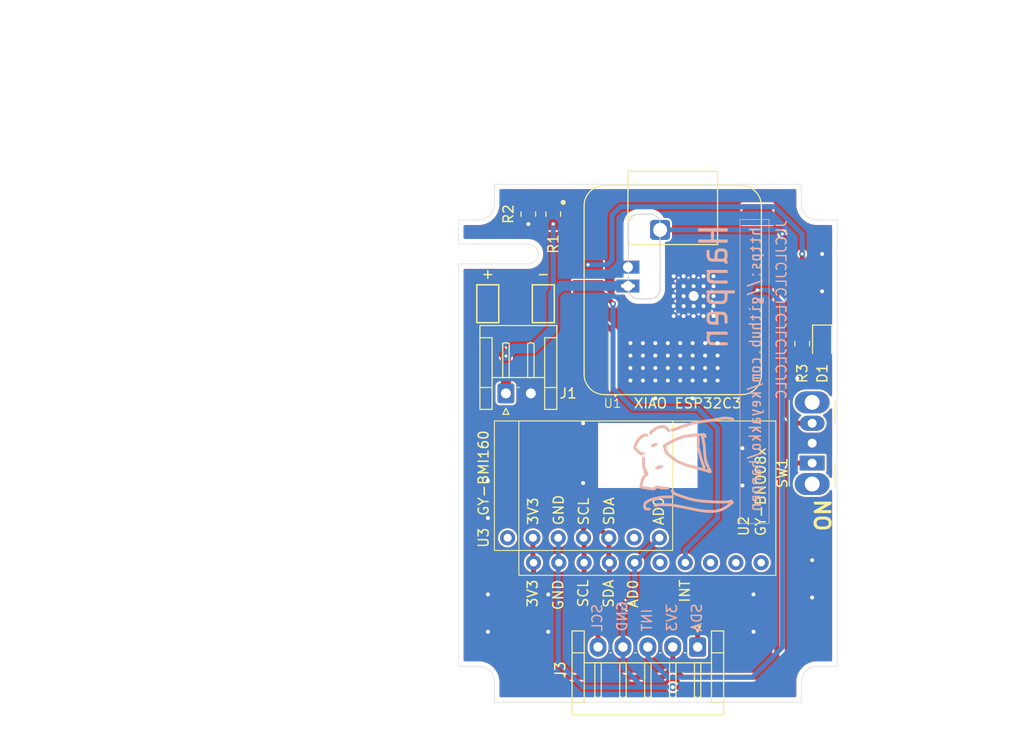
<source format=kicad_pcb>
(kicad_pcb (version 20240108) (generator "pcbnew") (generator_version "8.0")
  (layers (0 "F.Cu" signal) (31 "B.Cu" signal) (34 "B.Paste" user) (35 "F.Paste" user) (36 "B.SilkS" user "B.Silkscreen") (37 "F.SilkS" user "F.Silkscreen") (38 "B.Mask" user) (39 "F.Mask" user) (44 "Edge.Cuts" user))
  (net 0 "")
  (net 1 "+3.3V")
  (net 2 "SENSOR_GND")
  (net 3 "SCL")
  (net 4 "SDA")
  (net 6 "INT1")
  (net 10 "BAT+")
  (net 11 "BAT-")
  (net 15 "INT2")
  (net 19 "EN")
  (net 20 "BATTERY_TEST")
  (net 21 "LED_OUT")
  (net 22 "Net-(D1-A)")
  (footprint "Resistor_SMD:R_0805_2012Metric_Pad1.20x1.40mm_HandSolder" (layer "F.Cu") (at 159 85 -90)
    (property "Reference" "R2" (at 0 2 90) (layer "F.SilkS"))
    (property "Value" "220K" (hide yes))
    (pad "1" smd roundrect (at -1 0 270) (size 1.2 1.4) (layers "F.Cu" "F.Paste" "F.Mask") (roundrect_rratio 0.208333) (net 20 "BATTERY_TEST"))
    (pad "2" smd roundrect (at 1 0 270) (size 1.2 1.4) (layers "F.Cu" "F.Paste" "F.Mask") (roundrect_rratio 0.208333) (net 11 "BAT-"))
  )
  (footprint "TestPoint:TestPoint_Keystone_5015_Micro-Minature" (layer "F.Cu") (at 160.5 94 -90)
    (property "Reference" "-" (at -3 0 0) (layer "F.SilkS"))
    (property "Value" "TestPoint" (hide yes))
    (pad "1" smd rect (at 0 0 270) (size 3.4 1.8) (layers "F.Cu" "F.Paste" "F.Mask") (net 11 "BAT-"))
  )
  (footprint "Connector_JST:JST_EH_S2B-EH_1x02_P2.50mm_Horizontal" (layer "F.Cu") (at 156.75 103)
    (property "Reference" "J1" (at 6.25 0 0) (layer "F.SilkS"))
    (property "Value" "Battery_Conn" (hide yes))
    (pad "1" thru_hole roundrect (at 0 0) (size 1.7 2) (drill 1) (layers "*.Cu" "*.Mask") (roundrect_rratio 0.147059) (net 10 "BAT+"))
    (pad "2" thru_hole oval (at 2.5 0) (size 1.7 2) (drill 1) (layers "*.Cu" "*.Mask") (net 11 "BAT-"))
  )
  (footprint "LED_SMD:LED_0805_2012Metric_Pad1.15x1.40mm_HandSolder" (layer "F.Cu") (at 188.5 98 -90)
    (property "Reference" "D1" (at 3 -0.025 90) (layer "F.SilkS"))
    (property "Value" "LED" (hide yes))
    (pad "1" smd roundrect (at -1.025 0 270) (size 1.15 1.4) (layers "F.Cu" "F.Paste" "F.Mask") (roundrect_rratio 0.217391) (net 11 "BAT-"))
    (pad "2" smd roundrect (at 1.025 0 270) (size 1.15 1.4) (layers "F.Cu" "F.Paste" "F.Mask") (roundrect_rratio 0.217391) (net 22 "Net-(D1-A)"))
  )
  (footprint "Seeed Studio XIAO Series Library:XIAO-ESP32C3-14P-2.54-21X17.8MM" (layer "F.Cu") (at 173.5 92.625)
    (property "Reference" "U1" (at -7 11.375 180) (layer "F.SilkS") (effects (font (size 0.889 0.889) (thickness 0.1016)) (justify left)))
    (property "Value" "Seeed Studio XIAO ESP32C3" (hide yes))
    (fp_line (start -4.445 -0.111) (end -4.445 -6.62) (stroke (width 0.1)) (layer "Edge.Cuts"))
    (fp_line (start -3.445 -7.62) (end -2.27 -7.62) (stroke (width 0.1)) (layer "Edge.Cuts"))
    (fp_line (start -2.27 0.889) (end -3.445 0.889) (stroke (width 0.1)) (layer "Edge.Cuts"))
    (fp_line (start -1.27 -6.62) (end -1.27 -0.111) (stroke (width 0.1)) (layer "Edge.Cuts"))
    (fp_arc (start -4.445 -6.62) (mid -4.152107 -7.327107) (end -3.445 -7.62) (stroke (width 0.1)) (layer "Edge.Cuts"))
    (fp_arc (start -3.445 0.889) (mid -4.152107 0.596107) (end -4.445 -0.111) (stroke (width 0.1)) (layer "Edge.Cuts"))
    (fp_arc (start -2.27 -7.62) (mid -1.562892 -7.327107) (end -1.27 -6.62) (stroke (width 0.1)) (layer "Edge.Cuts"))
    (fp_arc (start -1.27 -0.111) (mid -1.562893 0.596107) (end -2.27 0.889) (stroke (width 0.1)) (layer "Edge.Cuts"))
    (fp_text user "XIAO ESP32C3" (at -4 11.375 0) (layer "F.SilkS") (effects (justify left)))
    (pad "1" smd rect (at -8.5 -7.62) (size 3 2) (layers "F.Cu" "F.Paste" "F.Mask") (net 20 "BATTERY_TEST"))
    (pad "2" smd rect (at -8.5 -5.08) (size 3 2) (layers "F.Cu" "F.Paste" "F.Mask"))
    (pad "3" smd rect (at -8.5 -2.54) (size 3 2) (layers "F.Cu" "F.Paste" "F.Mask") (net 21 "LED_OUT"))
    (pad "4" smd rect (at -8.5 0) (size 3 2) (layers "F.Cu" "F.Paste" "F.Mask") (net 6 "INT1"))
    (pad "5" smd rect (at -8.5 2.54) (size 3 2) (layers "F.Cu" "F.Paste" "F.Mask") (net 4 "SDA"))
    (pad "6" smd rect (at -8.5 5.08 180) (size 3 2) (layers "F.Cu" "F.Paste" "F.Mask") (net 3 "SCL"))
    (pad "7" smd rect (at -8.5 7.62) (size 3 2) (layers "F.Cu" "F.Paste" "F.Mask"))
    (pad "8" smd rect (at 8.5 7.62) (size 3 2) (layers "F.Cu" "F.Paste" "F.Mask"))
    (pad "9" smd rect (at 8.5 5.08) (size 3 2) (layers "F.Cu" "F.Paste" "F.Mask"))
    (pad "10" smd rect (at 8.5 2.54) (size 3 2) (layers "F.Cu" "F.Paste" "F.Mask"))
    (pad "11" smd rect (at 8.5 0) (size 3 2) (layers "F.Cu" "F.Paste" "F.Mask") (net 15 "INT2"))
    (pad "12" smd rect (at 8.5 -2.54) (size 3 2) (layers "F.Cu" "F.Paste" "F.Mask") (net 1 "+3.3V"))
    (pad "13" smd rect (at 8.5 -5.08) (size 3 2) (layers "F.Cu" "F.Paste" "F.Mask") (net 11 "BAT-"))
    (pad "14" smd rect (at 8.5 -7.62) (size 3 2) (layers "F.Cu" "F.Paste" "F.Mask"))
    (pad "17" thru_hole roundrect (at -1.27 -6.04 90) (size 2 2) (drill 1.4) (layers "*.Cu" "*.Mask") (roundrect_rratio 0.1666666667) (net 19 "EN"))
    (pad "21" thru_hole rect (at -4.5 -2.3 180) (size 2.3 1.3) (drill 1) (layers "*.Cu" "*.Mask") (net 11 "BAT-"))
    (pad "22" thru_hole rect (at -4.5 -0.4 180) (size 2.3 1.3) (drill 1) (layers "*.Cu" "*.Mask") (net 10 "BAT+"))
    (pad "23" thru_hole rect (at 2.1 0.6 180) (size 3.5 3.5) (drill 1) (layers "*.Cu" "*.Mask"))
  )
  (footprint "Resistor_SMD:R_0805_2012Metric_Pad1.20x1.40mm_HandSolder" (layer "F.Cu") (at 161.5 85 90)
    (property "Reference" "R1" (at -3 0 90) (layer "F.SilkS"))
    (property "Value" "220K" (hide yes))
    (pad "1" smd roundrect (at -1 0 90) (size 1.2 1.4) (layers "F.Cu" "F.Paste" "F.Mask") (roundrect_rratio 0.208333) (net 10 "BAT+"))
    (pad "2" smd roundrect (at 1 0 90) (size 1.2 1.4) (layers "F.Cu" "F.Paste" "F.Mask") (roundrect_rratio 0.208333) (net 20 "BATTERY_TEST"))
  )
  (footprint "Resistor_SMD:R_0805_2012Metric_Pad1.20x1.40mm_HandSolder" (layer "F.Cu") (at 186.5 98 -90)
    (property "Reference" "R3" (at 3 0 90) (layer "F.SilkS"))
    (property "Value" "220" (hide yes))
    (pad "1" smd roundrect (at -1 0 270) (size 1.2 1.4) (layers "F.Cu" "F.Paste" "F.Mask") (roundrect_rratio 0.208333) (net 21 "LED_OUT"))
    (pad "2" smd roundrect (at 1 0 270) (size 1.2 1.4) (layers "F.Cu" "F.Paste" "F.Mask") (roundrect_rratio 0.208333) (net 22 "Net-(D1-A)"))
  )
  (footprint "GY-BNO08x:GY-BN08X" (layer "F.Cu") (at 158.1 121.25 90)
    (property "Reference" "U2" (hide yes))
    (property "Value" "GY-BNO08x" (at 8.373236 24.23227 90) (layer "F.SilkS"))
    (fp_text user "${REFERENCE}" (at 4.920855 22.53227 90) (layer "F.SilkS"))
    (pad "1" thru_hole circle (at 1.25 1.42 90) (size 1.524 1.524) (drill 0.762) (layers "*.Cu" "*.Mask") (net 1 "+3.3V"))
    (pad "2" thru_hole circle (at 1.25 3.96 90) (size 1.524 1.524) (drill 0.762) (layers "*.Cu" "*.Mask") (net 2 "SENSOR_GND"))
    (pad "3" thru_hole circle (at 1.25 6.5 90) (size 1.524 1.524) (drill 0.762) (layers "*.Cu" "*.Mask") (net 3 "SCL"))
    (pad "4" thru_hole circle (at 1.25 9.04 90) (size 1.524 1.524) (drill 0.762) (layers "*.Cu" "*.Mask") (net 4 "SDA"))
    (pad "5" thru_hole circle (at 1.25 11.58 90) (size 1.524 1.524) (drill 0.762) (layers "*.Cu" "*.Mask") (net 2 "SENSOR_GND"))
    (pad "6" thru_hole circle (at 1.25 14.12 90) (size 1.524 1.524) (drill 0.762) (layers "*.Cu" "*.Mask"))
    (pad "7" thru_hole circle (at 1.25 16.66 90) (size 1.524 1.524) (drill 0.762) (layers "*.Cu" "*.Mask") (net 6 "INT1"))
    (pad "8" thru_hole circle (at 1.25 19.2 90) (size 1.524 1.524) (drill 0.762) (layers "*.Cu" "*.Mask"))
    (pad "9" thru_hole circle (at 1.25 21.74 90) (size 1.524 1.524) (drill 0.762) (layers "*.Cu" "*.Mask"))
    (pad "10" thru_hole circle (at 1.25 24.28 90) (size 1.524 1.524) (drill 0.762) (layers "*.Cu" "*.Mask"))
  )
  (footprint "Button_Switch_THT:SW_Slide_SPDT_Angled_CK_OS102011MA1Q" (layer "F.Cu") (at 187.5 110 90)
    (property "Reference" "SW1" (at -1 -3 -90) (layer "F.SilkS"))
    (property "Value" "SW" (hide yes))
    (pad "" thru_hole oval (at -2.1 0 90) (size 2.2 3.5) (drill 1.5) (layers "*.Cu" "*.Mask"))
    (pad "" thru_hole oval (at 6.1 0 90) (size 2.2 3.5) (drill 1.5) (layers "*.Cu" "*.Mask"))
    (pad "1" thru_hole rect (at 0 0 90) (size 1.5 2.5) (drill 0.9) (layers "*.Cu" "*.Mask") (net 2 "SENSOR_GND"))
    (pad "2" thru_hole oval (at 2 0 90) (size 1.5 2.5) (drill 0.9) (layers "*.Cu" "*.Mask") (net 11 "BAT-"))
    (pad "3" thru_hole oval (at 4 0 90) (size 1.5 2.5) (drill 0.9) (layers "*.Cu" "*.Mask") (net 19 "EN"))
  )
  (footprint "GY-BNO08x:GY-BMI160_1" (layer "F.Cu") (at 155.65 118.77 90)
    (property "Reference" "U3" (hide yes))
    (property "Value" "GY-BMI160" (at 7.77 -1.15 90) (layer "F.SilkS"))
    (fp_text user "${REFERENCE}" (at 1.27 -1.15 90) (layer "F.SilkS"))
    (pad "1" thru_hole circle (at 1.27 1.27 90) (size 1.524 1.524) (drill 0.8) (layers "*.Cu" "*.Mask"))
    (pad "2" thru_hole circle (at 1.27 3.81 90) (size 1.524 1.524) (drill 0.8) (layers "*.Cu" "*.Mask") (net 1 "+3.3V"))
    (pad "3" thru_hole circle (at 1.27 6.35 90) (size 1.524 1.524) (drill 0.8) (layers "*.Cu" "*.Mask") (net 2 "SENSOR_GND"))
    (pad "4" thru_hole circle (at 1.27 8.89 90) (size 1.524 1.524) (drill 0.8) (layers "*.Cu" "*.Mask") (net 3 "SCL"))
    (pad "5" thru_hole circle (at 1.27 11.43 90) (size 1.524 1.524) (drill 0.8) (layers "*.Cu" "*.Mask") (net 4 "SDA"))
    (pad "6" thru_hole circle (at 1.27 13.97 90) (size 1.524 1.524) (drill 0.8) (layers "*.Cu" "*.Mask"))
    (pad "7" thru_hole circle (at 1.27 16.51 90) (size 1.524 1.524) (drill 0.8) (layers "*.Cu" "*.Mask") (net 2 "SENSOR_GND"))
  )
  (footprint "TestPoint:TestPoint_Keystone_5015_Micro-Minature" (layer "F.Cu") (at 154.93 94 -90)
    (property "Reference" "+" (at -3 0 180) (layer "F.SilkS"))
    (property "Value" "TestPoint" (hide yes))
    (pad "1" smd rect (at 0 0 270) (size 3.4 1.8) (layers "F.Cu" "F.Paste" "F.Mask") (net 10 "BAT+"))
  )
  (footprint "Connector_JST:JST_EH_S5B-EH_1x05_P2.50mm_Horizontal" (layer "F.Cu") (at 176 128.4675 180)
    (property "Reference" "J3" (at 13.795556 -2.301833 90) (layer "F.SilkS"))
    (property "Value" "Sub_Sensor" (hide yes))
    (pad "1" thru_hole roundrect (at 0 0 180) (size 1.7 1.95) (drill 0.95) (layers "*.Cu" "*.Mask") (roundrect_rratio 0.147059) (net 4 "SDA"))
    (pad "2" thru_hole oval (at 2.5 0 180) (size 1.7 1.95) (drill 0.95) (layers "*.Cu" "*.Mask") (net 1 "+3.3V"))
    (pad "3" thru_hole oval (at 5 0 180) (size 1.7 1.95) (drill 0.95) (layers "*.Cu" "*.Mask") (net 15 "INT2"))
    (pad "4" thru_hole oval (at 7.5 0 180) (size 1.7 1.95) (drill 0.95) (layers "*.Cu" "*.Mask") (net 2 "SENSOR_GND"))
    (pad "5" thru_hole oval (at 10 0 180) (size 1.7 1.95) (drill 0.95) (layers "*.Cu" "*.Mask") (net 3 "SCL"))
  )
  (footprint "Hanpen:image" (layer "B.Cu") (at 176.565495 100.847761 -90)
    (property "Reference" "G***" (hide yes))
    (property "Value" "LOGO" (hide yes))
  )
  (gr_line (start 186.4 82) (end 183 82) (stroke (width 0.05)) (layer "Edge.Cuts"))
  (gr_line (start 183 82) (end 159 82) (stroke (width 0.05)) (layer "Edge.Cuts"))
  (gr_line (start 188 85.6) (end 190 85.6) (stroke (width 0.05)) (layer "Edge.Cuts"))
  (gr_line (start 190 85.6) (end 190 89) (stroke (width 0.05)) (layer "Edge.Cuts"))
  (gr_line (start 154 85.6) (end 152 85.6) (stroke (width 0.05)) (layer "Edge.Cuts"))
  (gr_line (start 152 127) (end 152 130.4) (stroke (width 0.05)) (layer "Edge.Cuts"))
  (gr_line (start 159 88) (end 152 88) (stroke (width 0.05)) (layer "Edge.Cuts"))
  (gr_line (start 183 134) (end 159 134) (stroke (width 0.05)) (layer "Edge.Cuts"))
  (gr_line (start 190 89) (end 190 127) (stroke (width 0.05)) (layer "Edge.Cuts"))
  (gr_line (start 152 85.6) (end 152 88) (stroke (width 0.05)) (layer "Edge.Cuts"))
  (gr_arc (start 155.6 84) (mid 155.131371 85.131371) (end 154 85.6) (stroke (width 0.05)) (layer "Edge.Cuts"))
  (gr_line (start 186.4 132) (end 186.4 134) (stroke (width 0.05)) (layer "Edge.Cuts"))
  (gr_line (start 159 90) (end 152 90) (stroke (width 0.05)) (layer "Edge.Cuts"))
  (gr_arc (start 160 89) (mid 159.707107 89.707107) (end 159 90) (stroke (width 0.05)) (layer "Edge.Cuts"))
  (gr_line (start 155.6 134) (end 159 134) (stroke (width 0.05)) (layer "Edge.Cuts"))
  (gr_line (start 186.4 84) (end 186.4 82) (stroke (width 0.05)) (layer "Edge.Cuts"))
  (gr_line (start 152 90) (end 152 127) (stroke (width 0.05)) (layer "Edge.Cuts"))
  (gr_line (start 183 134) (end 186.4 134) (stroke (width 0.05)) (layer "Edge.Cuts"))
  (gr_line (start 154 130.4) (end 152 130.4) (stroke (width 0.05)) (layer "Edge.Cuts"))
  (gr_arc (start 154 130.4) (mid 155.131371 130.868629) (end 155.6 132) (stroke (width 0.05)) (layer "Edge.Cuts"))
  (gr_line (start 155.6 132) (end 155.6 134) (stroke (width 0.05)) (layer "Edge.Cuts"))
  (gr_arc (start 188 85.6) (mid 186.868629 85.131371) (end 186.4 84) (stroke (width 0.05)) (layer "Edge.Cuts"))
  (gr_arc (start 186.4 132) (mid 186.868629 130.868629) (end 188 130.4) (stroke (width 0.05)) (layer "Edge.Cuts"))
  (gr_line (start 190 130.4) (end 190 127) (stroke (width 0.05)) (layer "Edge.Cuts"))
  (gr_line (start 155.6 84) (end 155.6 82) (stroke (width 0.05)) (layer "Edge.Cuts"))
  (gr_line (start 188 130.4) (end 190 130.4) (stroke (width 0.05)) (layer "Edge.Cuts"))
  (gr_arc (start 159 88) (mid 159.707107 88.292893) (end 160 89) (stroke (width 0.05)) (layer "Edge.Cuts"))
  (gr_line (start 155.6 82) (end 159 82) (stroke (width 0.05)) (layer "Edge.Cuts"))
  (gr_text "GND" (at 169 123.761905 90) (layer "B.SilkS") (effects (font (size 1 1)) (justify left bottom mirror)))
  (gr_text "SCL" (at 166.5 124.047619 90) (layer "B.SilkS") (effects (font (size 1 1)) (justify left bottom mirror)))
  (gr_text "INT" (at 171.5 124.52381 90) (layer "B.SilkS") (effects (font (size 1 1)) (justify left bottom mirror)))
  (gr_text "SDA" (at 176.5 124 90) (layer "B.SilkS") (effects (font (size 1 1)) (justify left bottom mirror)))
  (gr_text "3V3" (at 174 124.047619 90) (layer "B.SilkS") (effects (font (size 1 1)) (justify left bottom mirror)))
  (gr_text "JLCJLCJLCJLCJLCJLCJLC" (at 185 85.5 90) (layer "B.SilkS") (effects (font (size 1 1)) (justify left bottom mirror)))
  (gr_text "GND" (at 162.575119 124.85563 90) (layer "F.SilkS") (effects (font (size 1 1)) (justify left bottom)))
  (gr_text "SDA" (at 167.692257 116.340522 90) (layer "F.SilkS") (effects (font (size 1 1)) (justify left bottom)))
  (gr_text "SDA" (at 167.638164 124.617535 90) (layer "F.SilkS") (effects (font (size 1 1)) (justify left bottom)))
  (gr_text "SCL" (at 165.141261 116.340522 90) (layer "F.SilkS") (effects (font (size 1 1)) (justify left bottom)))
  (gr_text "3V3" (at 160.058743 116.321049 90) (layer "F.SilkS") (effects (font (size 1 1)) (justify left bottom)))
  (gr_text "ON" (at 189.5 117 90) (layer "F.SilkS") (effects (font (size 1.5 1.5) (thickness 0.3) (bold yes)) (justify left bottom)))
  (gr_text "3V3" (at 160.00465 124.569916 90) (layer "F.SilkS") (effects (font (size 1 1)) (justify left bottom)))
  (gr_text "SCL" (at 165.087168 124.569916 90) (layer "F.SilkS") (effects (font (size 1 1)) (justify left bottom)))
  (gr_text "INT" (at 175.299547 124.093725 90) (layer "F.SilkS") (effects (font (size 1 1)) (justify left bottom)))
  (gr_text "GND" (at 162.629212 116.340522 90) (layer "F.SilkS") (effects (font (size 1 1)) (justify left bottom)))
  (gr_text "AD0" (at 170.085626 124.617535 90) (layer "F.SilkS") (effects (font (size 1 1)) (justify left bottom)))
  (gr_text "AD0" (at 172.679728 116.327188 90) (layer "F.SilkS") (effects (font (size 1 1)) (justify left bottom)))
  (segment (start 159.46 117.5) (end 159.46 119.94) (width 0.5) (layer "F.Cu") (net 1))
  (segment (start 159.46 119.94) (end 159.52 120) (width 0.5) (layer "F.Cu") (net 1))
  (segment (start 173.5 128.4675) (end 173.5 130.5) (width 0.5) (layer "F.Cu") (net 1))
  (segment (start 174.5 131.5) (end 173.5 130.5) (width 0.5) (layer "F.Cu") (net 1))
  (segment (start 182 131.5) (end 174.5 131.5) (width 0.5) (layer "F.Cu") (net 1))
  (segment (start 183.95 129.55) (end 182 131.5) (width 0.5) (layer "F.Cu") (net 1))
  (segment (start 182 90.059) (end 181.958 90.017) (width 0.5) (layer "F.Cu") (net 1))
  (segment (start 161.62 131.5) (end 172.5 131.5) (width 0.5) (layer "F.Cu") (net 1))
  (segment (start 182 90.085) (end 182 90.059) (width 0.5) (layer "F.Cu") (net 1))
  (segment (start 172.5 131.5) (end 173.5 130.5) (width 0.5) (layer "F.Cu") (net 1))
  (segment (start 183.5 90.085) (end 183.95 90.535) (width 0.5) (layer "F.Cu") (net 1))
  (segment (start 159.52 120) (end 159.52 129.4) (width 0.5) (layer "F.Cu") (net 1))
  (segment (start 183.95 90.535) (end 183.95 129.55) (width 0.5) (layer "F.Cu") (net 1))
  (segment (start 159.52 129.4) (end 161.62 131.5) (width 0.5) (layer "F.Cu") (net 1))
  (segment (start 182 90.085) (end 183.5 90.085) (width 0.5) (layer "F.Cu") (net 1))
  (segment (start 185 110.75) (end 185.75 110) (width 0.5) (layer "F.Cu") (net 2))
  (segment (start 182.5 132.5) (end 185 130) (width 0.5) (layer "F.Cu") (net 2))
  (segment (start 185.75 110) (end 187.5 110) (width 0.5) (layer "F.Cu") (net 2))
  (segment (start 185 130) (end 185 110.75) (width 0.5) (layer "F.Cu") (net 2))
  (segment (start 162 120.06) (end 162.06 120) (width 0.5) (layer "F.Cu") (net 2))
  (segment (start 173.5 132.5) (end 182.5 132.5) (width 0.5) (layer "F.Cu") (net 2))
  (via (at 173.5 132.5) (size 0.8) (drill 0.4) (layers "F.Cu" "B.Cu") (net 2))
  (segment (start 162 130) (end 162 124.5) (width 0.5) (layer "B.Cu") (net 2))
  (segment (start 168.5 124.5) (end 168.5 128.4675) (width 0.5) (layer "B.Cu") (net 2))
  (segment (start 162 120.06) (end 162.06 120) (width 0.5) (layer "B.Cu") (net 2))
  (segment (start 162 124.5) (end 162 120.06) (width 0.5) (layer "B.Cu") (net 2))
  (segment (start 162 119.94) (end 162.06 120) (width 0.5) (layer "B.Cu") (net 2))
  (segment (start 168.5 130.5) (end 170.5 132.5) (width 0.5) (layer "B.Cu") (net 2))
  (segment (start 170.5 132.5) (end 164.5 132.5) (width 0.5) (layer "B.Cu") (net 2))
  (segment (start 164.5 132.5) (end 162 130) (width 0.5) (layer "B.Cu") (net 2))
  (segment (start 169.68 123.32) (end 168.5 124.5) (width 0.5) (layer "B.Cu") (net 2))
  (segment (start 169.68 120) (end 169.68 119.98) (width 0.5) (layer "B.Cu") (net 2))
  (segment (start 169.68 119.98) (end 172.16 117.5) (width 0.5) (layer "B.Cu") (net 2))
  (segment (start 170.5 132.5) (end 173.5 132.5) (width 0.5) (layer "B.Cu") (net 2))
  (segment (start 168.5 129.5) (end 168.5 130.5) (width 0.5) (layer "B.Cu") (net 2))
  (segment (start 168.5 128.4675) (end 168.5 129.5) (width 0.5) (layer "B.Cu") (net 2))
  (segment (start 162 117.5) (end 162 119.94) (width 0.5) (layer "B.Cu") (net 2))
  (segment (start 169.68 120) (end 169.68 123.32) (width 0.5) (layer "B.Cu") (net 2))
  (segment (start 165 97.705) (end 164.14 97.705) (width 0.5) (layer "F.Cu") (net 3))
  (segment (start 164.6 117.56) (end 164.54 117.5) (width 0.5) (layer "F.Cu") (net 3))
  (segment (start 163 114.5) (end 164.54 116.04) (width 0.5) (layer "F.Cu") (net 3))
  (segment (start 164.6 120) (end 164.6 117.56) (width 0.5) (layer "F.Cu") (net 3))
  (segment (start 164.54 116.04) (end 164.54 117.5) (width 0.5) (layer "F.Cu") (net 3))
  (segment (start 164.6 124.6) (end 166 126) (width 0.5) (layer "F.Cu") (net 3))
  (segment (start 163 98.845) (end 163 114.5) (width 0.5) (layer "F.Cu") (net 3))
  (segment (start 164.6 120) (end 164.6 124.6) (width 0.5) (layer "F.Cu") (net 3))
  (segment (start 166 126) (end 166 128.4675) (width 0.5) (layer "F.Cu") (net 3))
  (segment (start 164.14 97.705) (end 163 98.845) (width 0.5) (layer "F.Cu") (net 3))
  (segment (start 167.5 103) (end 165.75 104.75) (width 0.5) (layer "F.Cu") (net 4))
  (segment (start 165.75 104.75) (end 165.75 116.17) (width 0.5) (layer "F.Cu") (net 4))
  (segment (start 165 95.165) (end 165.86 95.165) (width 0.5) (layer "F.Cu") (net 4))
  (segment (start 167.5 96.805) (end 167.5 103) (width 0.5) (layer "F.Cu") (net 4))
  (segment (start 165 95.165) (end 165 95.5) (width 0.5) (layer "F.Cu") (net 4))
  (segment (start 174.5 124.5) (end 176 126) (width 0.5) (layer "F.Cu") (net 4))
  (segment (start 167.14 120.14) (end 167.14 122.64) (width 0.5) (layer "F.Cu") (net 4))
  (segment (start 167.08 119.94) (end 167.14 120) (width 0.5) (layer "F.Cu") (net 4))
  (segment (start 176 126) (end 176 128.4675) (width 0.5) (layer "F.Cu") (net 4))
  (segment (start 167.14 122.64) (end 169 124.5) (width 0.5) (layer "F.Cu") (net 4))
  (segment (start 169 124.5) (end 174.5 124.5) (width 0.5) (layer "F.Cu") (net 4))
  (segment (start 165.86 95.165) (end 167.5 96.805) (width 0.5) (layer "F.Cu") (net 4))
  (segment (start 165.75 116.17) (end 167.08 117.5) (width 0.5) (layer "F.Cu") (net 4))
  (segment (start 167.08 117.5) (end 167.08 119.94) (width 0.5) (layer "F.Cu") (net 4))
  (segment (start 165 92.617) (end 164.94 92.557) (width 0.5) (layer "F.Cu") (net 6))
  (segment (start 165 92.625) (end 166.125 92.625) (width 0.5) (layer "F.Cu") (net 6))
  (segment (start 165 92.625) (end 165 92.617) (width 0.5) (layer "F.Cu") (net 6))
  (segment (start 166.125 92.625) (end 167.5 94) (width 0.5) (layer "F.Cu") (net 6))
  (via (at 167.5 94) (size 0.6) (drill 0.3) (layers "F.Cu" "B.Cu") (net 6))
  (segment (start 178 106.5) (end 178 115.5) (width 0.5) (layer "B.Cu") (net 6))
  (segment (start 174.76 118.74) (end 174.76 119.5) (width 0.5) (layer "B.Cu") (net 6))
  (segment (start 167.5 94) (end 167.5 102.5) (width 0.5) (layer "B.Cu") (net 6))
  (segment (start 167.5 102.5) (end 169.5 104.5) (width 0.5) (layer "B.Cu") (net 6))
  (segment (start 169.5 104.5) (end 176 104.5) (width 0.5) (layer "B.Cu") (net 6))
  (segment (start 178 115.5) (end 174.76 118.74) (width 0.5) (layer "B.Cu") (net 6))
  (segment (start 176 104.5) (end 178 106.5) (width 0.5) (layer "B.Cu") (net 6))
  (segment (start 156.75 99.25) (end 155 97.5) (width 1) (layer "F.Cu") (net 10))
  (segment (start 154.93 94) (end 154.93 93.2) (width 1) (layer "F.Cu") (net 10))
  (segment (start 156.75 103) (end 156.75 99.25) (width 1) (layer "F.Cu") (net 10))
  (segment (start 155 97.5) (end 155 95) (width 1) (layer "F.Cu") (net 10))
  (via (at 168.5 92.205) (size 0.8) (drill 0.4) (layers "F.Cu" "B.Cu") (net 10))
  (via (at 161.5 86) (size 0.6) (drill 0.3) (layers "F.Cu" "B.Cu") (net 10))
  (via (at 169.5 92.200519) (size 0.8) (drill 0.4) (layers "F.Cu" "B.Cu") (net 10))
  (via (at 156.75 99.25) (size 0.6) (drill 0.3) (layers "F.Cu" "B.Cu") (net 10))
  (segment (start 161.5 86) (end 161.5 93) (width 0.5) (layer "B.Cu") (net 10))
  (segment (start 156.75 99.25) (end 157.5 98.5) (width 1) (layer "B.Cu") (net 10))
  (segment (start 162.299481 92.200519) (end 169.5 92.200519) (width 1) (layer "B.Cu") (net 10))
  (segment (start 157.5 98.5) (end 159.5 98.5) (width 1) (layer "B.Cu") (net 10))
  (segment (start 161.5 96.5) (end 161.5 93) (width 1) (layer "B.Cu") (net 10))
  (segment (start 161.5 93) (end 162.299481 92.200519) (width 1) (layer "B.Cu") (net 10))
  (segment (start 159.5 98.5) (end 161.5 96.5) (width 1) (layer "B.Cu") (net 10))
  (via (at 173.589994 92.235997) (size 0.8) (drill 0.4) (layers "F.Cu" "B.Cu") (net 11))
  (via (at 170.5 100.455) (size 0.8) (drill 0.4) (layers "F.Cu" "B.Cu") (net 11))
  (via (at 186 101.5) (size 0.8) (drill 0.4) (layers "F.Cu" "B.Cu") (net 11))
  (via (at 174.25 100.455) (size 0.8) (drill 0.4) (layers "F.Cu" "B.Cu") (net 11))
  (via (at 169.25 99.205) (size 0.8) (drill 0.4) (layers "F.Cu" "B.Cu") (net 11))
  (via (at 154.94 115.51) (size 0.8) (drill 0.4) (layers "F.Cu" "B.Cu") (net 11))
  (via (at 175.5 99.205) (size 0.8) (drill 0.4) (layers "F.Cu" "B.Cu") (net 11))
  (via (at 187.5 119.75) (size 0.8) (drill 0.4) (layers "F.Cu" "B.Cu") (net 11))
  (via (at 164.5 106) (size 0.8) (drill 0.4) (layers "F.Cu" "B.Cu") (net 11))
  (via (at 174.25 99.205) (size 0.8) (drill 0.4) (layers "F.Cu" "B.Cu") (net 11))
  (via (at 174.589994 94.235997) (size 0.8) (drill 0.4) (layers "F.Cu" "B.Cu") (net 11))
  (via (at 176.75 97.955) (size 0.8) (drill 0.4) (layers "F.Cu" "B.Cu") (net 11))
  (via (at 169.25 101.705) (size 0.8) (drill 0.4) (layers "F.Cu" "B.Cu") (net 11))
  (via (at 171.75 101.705) (size 0.8) (drill 0.4) (layers "F.Cu" "B.Cu") (net 11))
  (via (at 171.75 103.5) (size 0.8) (drill 0.4) (layers "F.Cu" "B.Cu") (net 11))
  (via (at 175.5 97.955) (size 0.8) (drill 0.4) (layers "F.Cu" "B.Cu") (net 11))
  (via (at 173 101.705) (size 0.8) (drill 0.4) (layers "F.Cu" "B.Cu") (net 11))
  (via (at 177.589994 93.235997) (size 0.8) (drill 0.4) (layers "F.Cu" "B.Cu") (net 11))
  (via (at 173 97.955) (size 0.8) (drill 0.4) (layers "F.Cu" "B.Cu") (net 11))
  (via (at 175.589994 94.235997) (size 0.8) (drill 0.4) (layers "F.Cu" "B.Cu") (net 11))
  (via (at 177.589994 92.235997) (size 0.8) (drill 0.4) (layers "F.Cu" "B.Cu") (net 11))
  (via (at 175.589994 92.235997) (size 0.8) (drill 0.4) (layers "F.Cu" "B.Cu") (net 11))
  (via (at 169.25 100.455) (size 0.8) (drill 0.4) (layers "F.Cu" "B.Cu") (net 11))
  (via (at 174.589994 91.235997) (size 0.8) (drill 0.4) (layers "F.Cu" "B.Cu") (net 11))
  (via (at 177.589994 95.235997) (size 0.8) (drill 0.4) (layers "F.Cu" "B.Cu") (net 11))
  (via (at 175.589994 95.235997) (size 0.8) (drill 0.4) (layers "F.Cu" "B.Cu") (net 11))
  (via (at 175.5 101.705) (size 0.8) (drill 0.4) (layers "F.Cu" "B.Cu") (net 11))
  (via (at 178 99.205) (size 0.8) (drill 0.4) (layers "F.Cu" "B.Cu") (net 11))
  (via (at 173.589994 94.235997) (size 0.8) (drill 0.4) (layers "F.Cu" "B.Cu") (net 11))
  (via (at 176.589994 94.235997) (size 0.8) (drill 0.4) (layers "F.Cu" "B.Cu") (net 11))
  (via (at 181.61 126.94) (size 0.8) (drill 0.4) (layers "F.Cu" "B.Cu") (net 11))
  (via (at 154.94 123.19) (size 0.8) (drill 0.4) (layers "F.Cu" "B.Cu") (net 11))
  (via (at 188.5 89) (size 0.8) (drill 0.4) (layers "F.Cu" "B.Cu") (net 11))
  (via (at 178 100.455) (size 0.8) (drill 0.4) (layers "F.Cu" "B.Cu") (net 11))
  (via (at 176.589994 92.235997) (size 0.8) (drill 0.4) (layers "F.Cu" "B.Cu") (net 11))
  (via (at 188.5 92.75) (size 0.8) (drill 0.4) (layers "F.Cu" "B.Cu") (net 11))
  (via (at 180.5 108.5) (size 0.8) (drill 0.4) (layers "F.Cu" "B.Cu") (net 11))
  (via (at 177.589994 91.235997) (size 0.8) (drill 0.4) (layers "F.Cu" "B.Cu") (net 11))
  (via (at 171.75 100.455) (size 0.8) (drill 0.4) (layers "F.Cu" "B.Cu") (net 11))
  (via (at 180.5 112.25) (size 0.8) (drill 0.4) (layers "F.Cu" "B.Cu") (net 11))
  (via (at 164.5 112) (size 0.8) (drill 0.4) (layers "F.Cu" "B.Cu") (net 11))
  (via (at 176.75 99.205) (size 0.8) (drill 0.4) (layers "F.Cu" "B.Cu") (net 11))
  (via (at 154.94 126.94) (size 0.8) (drill 0.4) (layers "F.Cu" "B.Cu") (net 11))
  (via (at 159 86) (size 0.8) (drill 0.4) (layers "F.Cu" "B.Cu") (net 11))
  (via (at 174.25 97.955) (size 0.8) (drill 0.4) (layers "F.Cu" "B.Cu") (net 11))
  (via (at 176.589994 91.235997) (size 0.8) (drill 0.4) (layers "F.Cu" "B.Cu") (net 11))
  (via (at 178 97.955) (size 0.8) (drill 0.4) (layers "F.Cu" "B.Cu") (net 11))
  (via (at 177.589994 94.235997) (size 0.8) (drill 0.4) (layers "F.Cu" "B.Cu") (net 11))
  (via (at 171.75 99.205) (size 0.8) (drill 0.4) (layers "F.Cu" "B.Cu") (net 11))
  (via (at 176.589994 95.235997) (size 0.8) (drill 0.4) (layers "F.Cu" "B.Cu") (net 11))
  (via (at 178 101.705) (size 0.8) (drill 0.4) (layers "F.Cu" "B.Cu") (net 11))
  (via (at 173.589994 95.235997) (size 0.8) (drill 0.4) (layers "F.Cu" "B.Cu") (net 11))
  (via (at 181.61 123.19) (size 0.8) (drill 0.4) (layers "F.Cu" "B.Cu") (net 11))
  (via (at 173 99.205) (size 0.8) (drill 0.4) (layers "F.Cu" "B.Cu") (net 11))
  (via (at 174.25 101.705) (size 0.8) (drill 0.4) (layers "F.Cu" "B.Cu") (net 11))
  (via (at 175.5 100.455) (size 0.8) (drill 0.4) (layers "F.Cu" "B.Cu") (net 11))
  (via (at 161 126.94) (size 0.8) (drill 0.4) (layers "F.Cu" "B.Cu") (net 11))
  (via (at 173.589994 93.235997) (size 0.8) (drill 0.4) (layers "F.Cu" "B.Cu") (net 11))
  (via (at 170.5 101.705) (size 0.8) (drill 0.4) (layers "F.Cu" "B.Cu") (net 11))
  (via (at 169.25 97.955) (size 0.8) (drill 0.4) (layers "F.Cu" "B.Cu") (net 11))
  (via (at 174.589994 92.235997) (size 0.8) (drill 0.4) (layers "F.Cu" "B.Cu") (net 11))
  (via (at 170.5 97.955) (size 0.8) (drill 0.4) (layers "F.Cu" "B.Cu") (net 11))
  (via (at 161 123.19) (size 0.8) (drill 0.4) (layers "F.Cu" "B.Cu") (net 11))
  (via (at 175.589994 91.235997) (size 0.8) (drill 0.4) (layers "F.Cu" "B.Cu") (net 11))
  (via (at 187.5 123.5) (size 0.8) (drill 0.4) (layers "F.Cu" "B.Cu") (net 11))
  (via (at 176.75 101.705) (size 0.8) (drill 0.4) (layers "F.Cu" "B.Cu") (net 11))
  (via (at 173.589994 91.235997) (size 0.8) (drill 0.4) (layers "F.Cu" "B.Cu") (net 11))
  (via (at 175.5 103.5) (size 0.8) (drill 0.4) (layers "F.Cu" "B.Cu") (net 11))
  (via (at 176.589994 93.235997) (size 0.8) (drill 0.4) (layers "F.Cu" "B.Cu") (net 11))
  (via (at 170.5 99.205) (size 0.8) (drill 0.4) (layers "F.Cu" "B.Cu") (net 11))
  (via (at 176.75 100.455) (size 0.8) (drill 0.4) (layers "F.Cu" "B.Cu") (net 11))
  (via (at 171.75 97.955) (size 0.8) (drill 0.4) (layers "F.Cu" "B.Cu") (net 11))
  (via (at 173 100.455) (size 0.8) (drill 0.4) (layers "F.Cu" "B.Cu") (net 11))
  (via (at 174.589994 93.235997) (size 0.8) (drill 0.4) (layers "F.Cu" "B.Cu") (net 11))
  (via (at 154.94 111.76) (size 0.8) (drill 0.4) (layers "F.Cu" "B.Cu") (net 11))
  (via (at 174.589994 95.235997) (size 0.8) (drill 0.4) (layers "F.Cu" "B.Cu") (net 11))
  (via (at 182 92.625) (size 0.6) (drill 0.3) (layers "F.Cu" "B.Cu") (net 15))
  (segment (start 171 128.4675) (end 171 129.5) (width 0.5) (layer "B.Cu") (net 15))
  (segment (start 184.5 128.5) (end 184.5 94) (width 0.5) (layer "B.Cu") (net 15))
  (segment (start 181.5 131.5) (end 184.5 128.5) (width 0.5) (layer "B.Cu") (net 15))
  (segment (start 171 129.5) (end 173 131.5) (width 0.5) (layer "B.Cu") (net 15))
  (segment (start 173 131.5) (end 181.5 131.5) (width 0.5) (layer "B.Cu") (net 15))
  (segment (start 183.125 92.625) (end 182 92.625) (width 0.5) (layer "B.Cu") (net 15))
  (segment (start 184.5 94) (end 183.125 92.625) (width 0.5) (layer "B.Cu") (net 15))
  (segment (start 172.23 86.585) (end 172.23 86.581473) (width 0.5) (layer "F.Cu") (net 19))
  (segment (start 185 87.5) (end 185 105.25) (width 0.5) (layer "F.Cu") (net 19))
  (segment (start 184.5 87) (end 185 87.5) (width 0.5) (layer "F.Cu") (net 19))
  (segment (start 185.75 106) (end 187.5 106) (width 0.5) (layer "F.Cu") (net 19))
  (segment (start 172.23 86.581473) (end 172.224163 86.575636) (width 0.5) (layer "F.Cu") (net 19))
  (segment (start 185 105.25) (end 185.75 106) (width 0.5) (layer "F.Cu") (net 19))
  (via (at 184.5 87) (size 0.6) (drill 0.3) (layers "F.Cu" "B.Cu") (net 19))
  (via (at 172.224163 86.575636) (size 0.6) (drill 0.3) (layers "F.Cu" "B.Cu") (net 19))
  (segment (start 184.075636 86.575636) (end 172.224163 86.575636) (width 0.5) (layer "B.Cu") (net 19))
  (segment (start 184.5 87) (end 184.075636 86.575636) (width 0.5) (layer "B.Cu") (net 19))
  (segment (start 162.5 84) (end 163 84.5) (width 0.5) (layer "F.Cu") (net 20))
  (segment (start 164.495 84.5) (end 165 85.005) (width 0.5) (layer "F.Cu") (net 20))
  (segment (start 164.801968 85.203032) (end 165 85.005) (width 0.5) (layer "F.Cu") (net 20))
  (segment (start 163 84.5) (end 164.495 84.5) (width 0.5) (layer "F.Cu") (net 20))
  (segment (start 161.5 84) (end 162.5 84) (width 0.5) (layer "F.Cu") (net 20))
  (segment (start 159 84) (end 161.5 84) (width 0.5) (layer "F.Cu") (net 20))
  (segment (start 186.5 89) (end 186.5 97) (width 0.5) (layer "F.Cu") (net 21))
  (segment (start 165 90.085) (end 165 90) (width 0.5) (layer "F.Cu") (net 21))
  (via (at 165 90.085) (size 0.6) (drill 0.3) (layers "F.Cu" "B.Cu") (net 21))
  (via (at 186.5 89) (size 0.6) (drill 0.3) (layers "F.Cu" "B.Cu") (net 21))
  (segment (start 186.5 89) (end 186.5 87) (width 0.5) (layer "B.Cu") (net 21))
  (segment (start 167.4 85.1) (end 167.4 89.6) (width 0.5) (layer "B.Cu") (net 21))
  (segment (start 166.915 90.085) (end 165 90.085) (width 0.5) (layer "B.Cu") (net 21))
  (segment (start 186.5 87) (end 183.755 84.255) (width 0.5) (layer "B.Cu") (net 21))
  (segment (start 167.4 89.6) (end 166.915 90.085) (width 0.5) (layer "B.Cu") (net 21))
  (segment (start 183.755 84.255) (end 168.245 84.255) (width 0.5) (layer "B.Cu") (net 21))
  (segment (start 168.245 84.255) (end 167.4 85.1) (width 0.5) (layer "B.Cu") (net 21))
  (segment (start 187 99) (end 188.95 99) (width 0.5) (layer "F.Cu") (net 22))
  (segment (start 188.95 99) (end 188.975 99.025) (width 0.5) (layer "F.Cu") (net 22))
  (zone (net 0) (net_name "") (layers "F&B.Cu") (connect_pads (clearance 0)) (min_thickness 0.25)
    (keepout (tracks not_allowed) (vias not_allowed) (pads not_allowed) (copperpour not_allowed) (footprints allowed))
    (fill (thermal_gap 0.5) (thermal_bridge_width 0.5))
    (polygon (pts (xy 166 105.958495) (xy 166 112.5) (xy 176 112.5) (xy 176 105.958495)))
  )
  (zone (net 11) (net_name "BAT-") (layers "F&B.Cu") (connect_pads yes (clearance 0.2)) (min_thickness 0.25) (fill yes (thermal_gap 0.5) (thermal_bridge_width 0.5) (smoothing fillet))
    (polygon (pts (xy 192.35582 79.48403) (xy 148.360558 79.48403) (xy 148.398722 138.035755) (xy 192.12435 137.988395)))
  )
)
</source>
